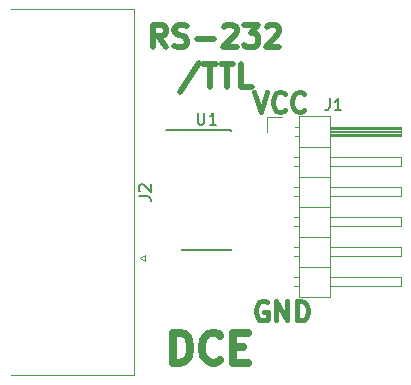
<source format=gbr>
G04 #@! TF.GenerationSoftware,KiCad,Pcbnew,(5.0.2)-1*
G04 #@! TF.CreationDate,2019-09-06T13:17:11-04:00*
G04 #@! TF.ProjectId,RS232_TTL_Female,52533233-325f-4545-944c-5f46656d616c,rev?*
G04 #@! TF.SameCoordinates,Original*
G04 #@! TF.FileFunction,Legend,Top*
G04 #@! TF.FilePolarity,Positive*
%FSLAX46Y46*%
G04 Gerber Fmt 4.6, Leading zero omitted, Abs format (unit mm)*
G04 Created by KiCad (PCBNEW (5.0.2)-1) date 9/6/2019 1:17:11 PM*
%MOMM*%
%LPD*%
G01*
G04 APERTURE LIST*
%ADD10C,0.412750*%
%ADD11C,0.476250*%
%ADD12C,0.635000*%
%ADD13C,0.120000*%
%ADD14C,0.150000*%
G04 APERTURE END LIST*
D10*
X20912666Y-6842880D02*
X21463000Y-8493880D01*
X22013333Y-6842880D01*
X23507095Y-8336642D02*
X23428476Y-8415261D01*
X23192619Y-8493880D01*
X23035380Y-8493880D01*
X22799523Y-8415261D01*
X22642285Y-8258023D01*
X22563666Y-8100785D01*
X22485047Y-7786309D01*
X22485047Y-7550452D01*
X22563666Y-7235976D01*
X22642285Y-7078738D01*
X22799523Y-6921500D01*
X23035380Y-6842880D01*
X23192619Y-6842880D01*
X23428476Y-6921500D01*
X23507095Y-7000119D01*
X25158095Y-8336642D02*
X25079476Y-8415261D01*
X24843619Y-8493880D01*
X24686380Y-8493880D01*
X24450523Y-8415261D01*
X24293285Y-8258023D01*
X24214666Y-8100785D01*
X24136047Y-7786309D01*
X24136047Y-7550452D01*
X24214666Y-7235976D01*
X24293285Y-7078738D01*
X24450523Y-6921500D01*
X24686380Y-6842880D01*
X24843619Y-6842880D01*
X25079476Y-6921500D01*
X25158095Y-7000119D01*
X21983095Y-24574500D02*
X21825857Y-24495880D01*
X21590000Y-24495880D01*
X21354142Y-24574500D01*
X21196904Y-24731738D01*
X21118285Y-24888976D01*
X21039666Y-25203452D01*
X21039666Y-25439309D01*
X21118285Y-25753785D01*
X21196904Y-25911023D01*
X21354142Y-26068261D01*
X21590000Y-26146880D01*
X21747238Y-26146880D01*
X21983095Y-26068261D01*
X22061714Y-25989642D01*
X22061714Y-25439309D01*
X21747238Y-25439309D01*
X22769285Y-26146880D02*
X22769285Y-24495880D01*
X23712714Y-26146880D01*
X23712714Y-24495880D01*
X24498904Y-26146880D02*
X24498904Y-24495880D01*
X24892000Y-24495880D01*
X25127857Y-24574500D01*
X25285095Y-24731738D01*
X25363714Y-24888976D01*
X25442333Y-25203452D01*
X25442333Y-25439309D01*
X25363714Y-25753785D01*
X25285095Y-25911023D01*
X25127857Y-26068261D01*
X24892000Y-26146880D01*
X24498904Y-26146880D01*
D11*
X13434785Y-3004910D02*
X12799785Y-2097767D01*
X12346214Y-3004910D02*
X12346214Y-1099910D01*
X13071928Y-1099910D01*
X13253357Y-1190625D01*
X13344071Y-1281339D01*
X13434785Y-1462767D01*
X13434785Y-1734910D01*
X13344071Y-1916339D01*
X13253357Y-2007053D01*
X13071928Y-2097767D01*
X12346214Y-2097767D01*
X14160500Y-2914196D02*
X14432642Y-3004910D01*
X14886214Y-3004910D01*
X15067642Y-2914196D01*
X15158357Y-2823482D01*
X15249071Y-2642053D01*
X15249071Y-2460625D01*
X15158357Y-2279196D01*
X15067642Y-2188482D01*
X14886214Y-2097767D01*
X14523357Y-2007053D01*
X14341928Y-1916339D01*
X14251214Y-1825625D01*
X14160500Y-1644196D01*
X14160500Y-1462767D01*
X14251214Y-1281339D01*
X14341928Y-1190625D01*
X14523357Y-1099910D01*
X14976928Y-1099910D01*
X15249071Y-1190625D01*
X16065500Y-2279196D02*
X17516928Y-2279196D01*
X18333357Y-1281339D02*
X18424071Y-1190625D01*
X18605500Y-1099910D01*
X19059071Y-1099910D01*
X19240500Y-1190625D01*
X19331214Y-1281339D01*
X19421928Y-1462767D01*
X19421928Y-1644196D01*
X19331214Y-1916339D01*
X18242642Y-3004910D01*
X19421928Y-3004910D01*
X20056928Y-1099910D02*
X21236214Y-1099910D01*
X20601214Y-1825625D01*
X20873357Y-1825625D01*
X21054785Y-1916339D01*
X21145500Y-2007053D01*
X21236214Y-2188482D01*
X21236214Y-2642053D01*
X21145500Y-2823482D01*
X21054785Y-2914196D01*
X20873357Y-3004910D01*
X20329071Y-3004910D01*
X20147642Y-2914196D01*
X20056928Y-2823482D01*
X21961928Y-1281339D02*
X22052642Y-1190625D01*
X22234071Y-1099910D01*
X22687642Y-1099910D01*
X22869071Y-1190625D01*
X22959785Y-1281339D01*
X23050500Y-1462767D01*
X23050500Y-1644196D01*
X22959785Y-1916339D01*
X21871214Y-3004910D01*
X23050500Y-3004910D01*
X16246928Y-4342946D02*
X14614071Y-6792232D01*
X16609785Y-4433660D02*
X17698357Y-4433660D01*
X17154071Y-6338660D02*
X17154071Y-4433660D01*
X18061214Y-4433660D02*
X19149785Y-4433660D01*
X18605500Y-6338660D02*
X18605500Y-4433660D01*
X20691928Y-6338660D02*
X19784785Y-6338660D01*
X19784785Y-4433660D01*
D12*
X14060714Y-29724047D02*
X14060714Y-27184047D01*
X14665476Y-27184047D01*
X15028333Y-27305000D01*
X15270238Y-27546904D01*
X15391190Y-27788809D01*
X15512142Y-28272619D01*
X15512142Y-28635476D01*
X15391190Y-29119285D01*
X15270238Y-29361190D01*
X15028333Y-29603095D01*
X14665476Y-29724047D01*
X14060714Y-29724047D01*
X18052142Y-29482142D02*
X17931190Y-29603095D01*
X17568333Y-29724047D01*
X17326428Y-29724047D01*
X16963571Y-29603095D01*
X16721666Y-29361190D01*
X16600714Y-29119285D01*
X16479761Y-28635476D01*
X16479761Y-28272619D01*
X16600714Y-27788809D01*
X16721666Y-27546904D01*
X16963571Y-27305000D01*
X17326428Y-27184047D01*
X17568333Y-27184047D01*
X17931190Y-27305000D01*
X18052142Y-27425952D01*
X19140714Y-28393571D02*
X19987380Y-28393571D01*
X20350238Y-29724047D02*
X19140714Y-29724047D01*
X19140714Y-27184047D01*
X20350238Y-27184047D01*
D13*
G04 #@! TO.C,J1*
X24681000Y-8830000D02*
X24681000Y-24190000D01*
X24681000Y-24190000D02*
X27341000Y-24190000D01*
X27341000Y-24190000D02*
X27341000Y-8830000D01*
X27341000Y-8830000D02*
X24681000Y-8830000D01*
X27341000Y-9780000D02*
X33341000Y-9780000D01*
X33341000Y-9780000D02*
X33341000Y-10540000D01*
X33341000Y-10540000D02*
X27341000Y-10540000D01*
X27341000Y-9840000D02*
X33341000Y-9840000D01*
X27341000Y-9960000D02*
X33341000Y-9960000D01*
X27341000Y-10080000D02*
X33341000Y-10080000D01*
X27341000Y-10200000D02*
X33341000Y-10200000D01*
X27341000Y-10320000D02*
X33341000Y-10320000D01*
X27341000Y-10440000D02*
X33341000Y-10440000D01*
X24351000Y-9780000D02*
X24681000Y-9780000D01*
X24351000Y-10540000D02*
X24681000Y-10540000D01*
X24681000Y-11430000D02*
X27341000Y-11430000D01*
X27341000Y-12320000D02*
X33341000Y-12320000D01*
X33341000Y-12320000D02*
X33341000Y-13080000D01*
X33341000Y-13080000D02*
X27341000Y-13080000D01*
X24283929Y-12320000D02*
X24681000Y-12320000D01*
X24283929Y-13080000D02*
X24681000Y-13080000D01*
X24681000Y-13970000D02*
X27341000Y-13970000D01*
X27341000Y-14860000D02*
X33341000Y-14860000D01*
X33341000Y-14860000D02*
X33341000Y-15620000D01*
X33341000Y-15620000D02*
X27341000Y-15620000D01*
X24283929Y-14860000D02*
X24681000Y-14860000D01*
X24283929Y-15620000D02*
X24681000Y-15620000D01*
X24681000Y-16510000D02*
X27341000Y-16510000D01*
X27341000Y-17400000D02*
X33341000Y-17400000D01*
X33341000Y-17400000D02*
X33341000Y-18160000D01*
X33341000Y-18160000D02*
X27341000Y-18160000D01*
X24283929Y-17400000D02*
X24681000Y-17400000D01*
X24283929Y-18160000D02*
X24681000Y-18160000D01*
X24681000Y-19050000D02*
X27341000Y-19050000D01*
X27341000Y-19940000D02*
X33341000Y-19940000D01*
X33341000Y-19940000D02*
X33341000Y-20700000D01*
X33341000Y-20700000D02*
X27341000Y-20700000D01*
X24283929Y-19940000D02*
X24681000Y-19940000D01*
X24283929Y-20700000D02*
X24681000Y-20700000D01*
X24681000Y-21590000D02*
X27341000Y-21590000D01*
X27341000Y-22480000D02*
X33341000Y-22480000D01*
X33341000Y-22480000D02*
X33341000Y-23240000D01*
X33341000Y-23240000D02*
X27341000Y-23240000D01*
X24283929Y-22480000D02*
X24681000Y-22480000D01*
X24283929Y-23240000D02*
X24681000Y-23240000D01*
X21971000Y-10160000D02*
X21971000Y-8890000D01*
X21971000Y-8890000D02*
X23241000Y-8890000D01*
G04 #@! TO.C,J2*
X281000Y197000D02*
X10761000Y197000D01*
X10761000Y197000D02*
X10761000Y-30773000D01*
X10761000Y-30773000D02*
X281000Y-30773000D01*
X11655338Y-20578000D02*
X11655338Y-21078000D01*
X11655338Y-21078000D02*
X11222325Y-20828000D01*
X11222325Y-20828000D02*
X11655338Y-20578000D01*
D14*
G04 #@! TO.C,U1*
X14816000Y-10038000D02*
X14816000Y-10063000D01*
X18966000Y-10038000D02*
X18966000Y-10143000D01*
X18966000Y-20188000D02*
X18966000Y-20083000D01*
X14816000Y-20188000D02*
X14816000Y-20083000D01*
X14816000Y-10038000D02*
X18966000Y-10038000D01*
X14816000Y-20188000D02*
X18966000Y-20188000D01*
X14816000Y-10063000D02*
X13441000Y-10063000D01*
G04 #@! TO.C,J1*
X27292666Y-7342380D02*
X27292666Y-8056666D01*
X27245047Y-8199523D01*
X27149809Y-8294761D01*
X27006952Y-8342380D01*
X26911714Y-8342380D01*
X28292666Y-8342380D02*
X27721238Y-8342380D01*
X28006952Y-8342380D02*
X28006952Y-7342380D01*
X27911714Y-7485238D01*
X27816476Y-7580476D01*
X27721238Y-7628095D01*
G04 #@! TO.C,J2*
X11153380Y-15621333D02*
X11867666Y-15621333D01*
X12010523Y-15668952D01*
X12105761Y-15764190D01*
X12153380Y-15907047D01*
X12153380Y-16002285D01*
X11248619Y-15192761D02*
X11201000Y-15145142D01*
X11153380Y-15049904D01*
X11153380Y-14811809D01*
X11201000Y-14716571D01*
X11248619Y-14668952D01*
X11343857Y-14621333D01*
X11439095Y-14621333D01*
X11581952Y-14668952D01*
X12153380Y-15240380D01*
X12153380Y-14621333D01*
G04 #@! TO.C,U1*
X16129095Y-8565380D02*
X16129095Y-9374904D01*
X16176714Y-9470142D01*
X16224333Y-9517761D01*
X16319571Y-9565380D01*
X16510047Y-9565380D01*
X16605285Y-9517761D01*
X16652904Y-9470142D01*
X16700523Y-9374904D01*
X16700523Y-8565380D01*
X17700523Y-9565380D02*
X17129095Y-9565380D01*
X17414809Y-9565380D02*
X17414809Y-8565380D01*
X17319571Y-8708238D01*
X17224333Y-8803476D01*
X17129095Y-8851095D01*
G04 #@! TD*
M02*

</source>
